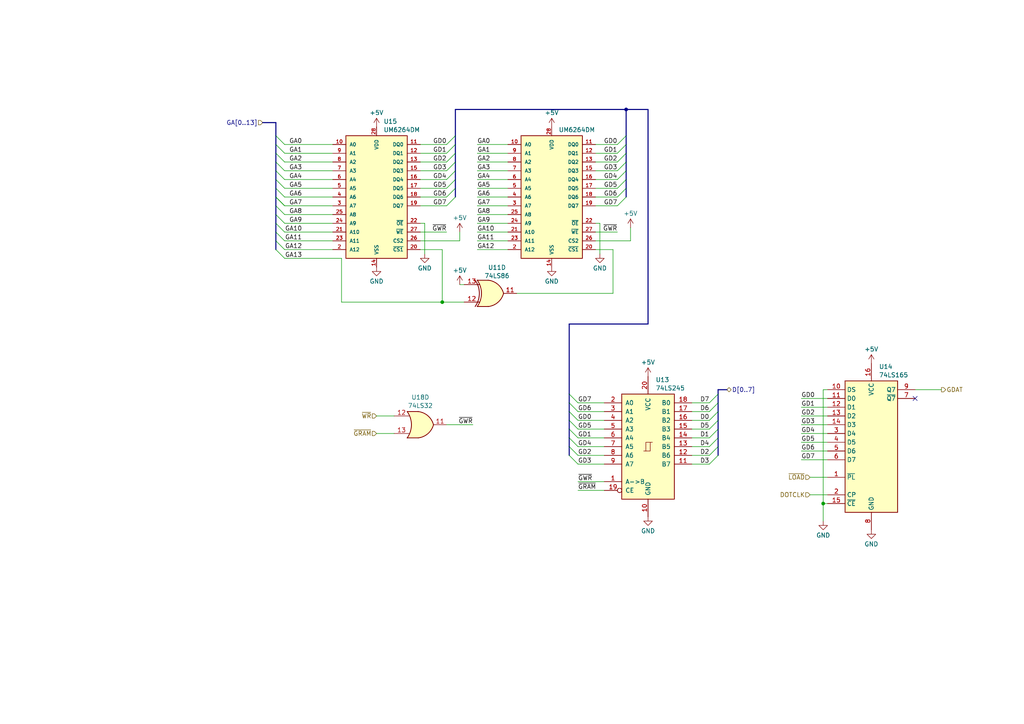
<source format=kicad_sch>
(kicad_sch (version 20231120) (generator "eeschema") (generator_version "8.0")
  (paper "A4")
  (lib_symbols
    (symbol "74xx:74LS165"
      (property "Reference" "U" (at -7.62 19.05 0))
      (property "Value" "74LS165" (at -7.62 -21.59 0))
      (symbol "74LS165_1_0"
        (pin input line (at -12.7 -10.16 0) (length 5.08) (name "~{PL}") (number "1"))
        (pin input line (at -12.7 15.24 0) (length 5.08) (name "DS") (number "10"))
        (pin input line (at -12.7 12.7 0) (length 5.08) (name "D0") (number "11"))
        (pin input line (at -12.7 10.16 0) (length 5.08) (name "D1") (number "12"))
        (pin input line (at -12.7 7.62 0) (length 5.08) (name "D2") (number "13"))
        (pin input line (at -12.7 5.08 0) (length 5.08) (name "D3") (number "14"))
        (pin input line (at -12.7 -17.78 0) (length 5.08) (name "~{CE}") (number "15"))
        (pin power_in line (at 0 22.86 270) (length 5.08) (name "VCC") (number "16"))
        (pin input line (at -12.7 -15.24 0) (length 5.08) (name "CP") (number "2"))
        (pin input line (at -12.7 2.54 0) (length 5.08) (name "D4") (number "3"))
        (pin input line (at -12.7 0 0) (length 5.08) (name "D5") (number "4"))
        (pin input line (at -12.7 -2.54 0) (length 5.08) (name "D6") (number "5"))
        (pin input line (at -12.7 -5.08 0) (length 5.08) (name "D7") (number "6"))
        (pin output line (at 12.7 12.7 180) (length 5.08) (name "~{Q7}") (number "7"))
        (pin power_in line (at 0 -25.4 90) (length 5.08) (name "GND") (number "8"))
        (pin output line (at 12.7 15.24 180) (length 5.08) (name "Q7") (number "9"))
      )
      (symbol "74LS165_1_1"
        (rectangle (start -7.62 17.78) (end 7.62 -20.32) (stroke (width 0.254)) (fill (type background)))
      )
    )
    (symbol "74xx:74LS245" (pin_names (offset 1.016))
      (property "Reference" "U" (at -7.62 16.51 0))
      (property "Value" "74LS245" (at -7.62 -16.51 0))
      (symbol "74LS245_1_0"
        (polyline (pts (xy -0.635 -1.27) (xy -0.635 1.27) (xy 0.635 1.27)))
        (polyline (pts (xy -1.27 -1.27) (xy 0.635 -1.27) (xy 0.635 1.27) (xy 1.27 1.27)))
        (pin input line (at -12.7 -10.16 0) (length 5.08) (name "A->B") (number "1"))
        (pin power_in line (at 0 -20.32 90) (length 5.08) (name "GND") (number "10"))
        (pin tri_state line (at 12.7 -5.08 180) (length 5.08) (name "B7") (number "11"))
        (pin tri_state line (at 12.7 -2.54 180) (length 5.08) (name "B6") (number "12"))
        (pin tri_state line (at 12.7 0 180) (length 5.08) (name "B5") (number "13"))
        (pin tri_state line (at 12.7 2.54 180) (length 5.08) (name "B4") (number "14"))
        (pin tri_state line (at 12.7 5.08 180) (length 5.08) (name "B3") (number "15"))
        (pin tri_state line (at 12.7 7.62 180) (length 5.08) (name "B2") (number "16"))
        (pin tri_state line (at 12.7 10.16 180) (length 5.08) (name "B1") (number "17"))
        (pin tri_state line (at 12.7 12.7 180) (length 5.08) (name "B0") (number "18"))
        (pin input inverted (at -12.7 -12.7 0) (length 5.08) (name "CE") (number "19"))
        (pin tri_state line (at -12.7 12.7 0) (length 5.08) (name "A0") (number "2"))
        (pin power_in line (at 0 20.32 270) (length 5.08) (name "VCC") (number "20"))
        (pin tri_state line (at -12.7 10.16 0) (length 5.08) (name "A1") (number "3"))
        (pin tri_state line (at -12.7 7.62 0) (length 5.08) (name "A2") (number "4"))
        (pin tri_state line (at -12.7 5.08 0) (length 5.08) (name "A3") (number "5"))
        (pin tri_state line (at -12.7 2.54 0) (length 5.08) (name "A4") (number "6"))
        (pin tri_state line (at -12.7 0 0) (length 5.08) (name "A5") (number "7"))
        (pin tri_state line (at -12.7 -2.54 0) (length 5.08) (name "A6") (number "8"))
        (pin tri_state line (at -12.7 -5.08 0) (length 5.08) (name "A7") (number "9"))
      )
      (symbol "74LS245_1_1"
        (rectangle (start -7.62 15.24) (end 7.62 -15.24) (stroke (width 0.254)) (fill (type background)))
      )
    )
    (symbol "74xx:74LS32" (pin_names (offset 1.016))
      (property "Reference" "U" (at 0 1.27 0))
      (property "Value" "74LS32" (at 0 -1.27 0))
      (symbol "74LS32_1_1"
        (arc (start -3.81 -3.81) (mid -2.589 0) (end -3.81 3.81) (stroke (width 0.254)))
        (arc (start -0.6096 -3.81) (mid 2.1842 -2.5851) (end 3.81 0) (stroke (width 0.254)) (fill (type background)))
        (polyline (pts (xy -3.81 -3.81) (xy -0.635 -3.81)) (stroke (width 0.254)) (fill (type background)))
        (polyline (pts (xy -3.81 3.81) (xy -0.635 3.81)) (stroke (width 0.254)) (fill (type background)))
        (polyline (pts (xy -0.635 3.81) (xy -3.81 3.81) (xy -3.81 3.81) (xy -3.556 3.4036) (xy -3.0226 2.2606) (xy -2.6924 1.0414) (xy -2.6162 -0.254) (xy -2.7686 -1.4986) (xy -3.175 -2.7178) (xy -3.81 -3.81) (xy -3.81 -3.81) (xy -0.635 -3.81)) (stroke (width -25.4)) (fill (type background)))
        (arc (start 3.81 0) (mid 2.1915 2.5936) (end -0.6096 3.81) (stroke (width 0.254)) (fill (type background)))
        (pin input line (at -7.62 2.54 0) (length 4.318) (name "~") (number "1"))
        (pin input line (at -7.62 -2.54 0) (length 4.318) (name "~") (number "2"))
        (pin output line (at 7.62 0 180) (length 3.81) (name "~") (number "3"))
      )
      (symbol "74LS32_1_2"
        (arc (start 0 -3.81) (mid 3.7934 0) (end 0 3.81) (stroke (width 0.254)) (fill (type background)))
        (polyline (pts (xy 0 3.81) (xy -3.81 3.81) (xy -3.81 -3.81) (xy 0 -3.81)) (stroke (width 0.254)) (fill (type background)))
        (pin input inverted (at -7.62 2.54 0) (length 3.81) (name "~") (number "1"))
        (pin input inverted (at -7.62 -2.54 0) (length 3.81) (name "~") (number "2"))
        (pin output inverted (at 7.62 0 180) (length 3.81) (name "~") (number "3"))
      )
      (symbol "74LS32_2_1"
        (arc (start -3.81 -3.81) (mid -2.589 0) (end -3.81 3.81) (stroke (width 0.254)))
        (arc (start -0.6096 -3.81) (mid 2.1842 -2.5851) (end 3.81 0) (stroke (width 0.254)) (fill (type background)))
        (polyline (pts (xy -3.81 -3.81) (xy -0.635 -3.81)) (stroke (width 0.254)) (fill (type background)))
        (polyline (pts (xy -3.81 3.81) (xy -0.635 3.81)) (stroke (width 0.254)) (fill (type background)))
        (polyline (pts (xy -0.635 3.81) (xy -3.81 3.81) (xy -3.81 3.81) (xy -3.556 3.4036) (xy -3.0226 2.2606) (xy -2.6924 1.0414) (xy -2.6162 -0.254) (xy -2.7686 -1.4986) (xy -3.175 -2.7178) (xy -3.81 -3.81) (xy -3.81 -3.81) (xy -0.635 -3.81)) (stroke (width -25.4)) (fill (type background)))
        (arc (start 3.81 0) (mid 2.1915 2.5936) (end -0.6096 3.81) (stroke (width 0.254)) (fill (type background)))
        (pin input line (at -7.62 2.54 0) (length 4.318) (name "~") (number "4"))
        (pin input line (at -7.62 -2.54 0) (length 4.318) (name "~") (number "5"))
        (pin output line (at 7.62 0 180) (length 3.81) (name "~") (number "6"))
      )
      (symbol "74LS32_2_2"
        (arc (start 0 -3.81) (mid 3.7934 0) (end 0 3.81) (stroke (width 0.254)) (fill (type background)))
        (polyline (pts (xy 0 3.81) (xy -3.81 3.81) (xy -3.81 -3.81) (xy 0 -3.81)) (stroke (width 0.254)) (fill (type background)))
        (pin input inverted (at -7.62 2.54 0) (length 3.81) (name "~") (number "4"))
        (pin input inverted (at -7.62 -2.54 0) (length 3.81) (name "~") (number "5"))
        (pin output inverted (at 7.62 0 180) (length 3.81) (name "~") (number "6"))
      )
      (symbol "74LS32_3_1"
        (arc (start -3.81 -3.81) (mid -2.589 0) (end -3.81 3.81) (stroke (width 0.254)))
        (arc (start -0.6096 -3.81) (mid 2.1842 -2.5851) (end 3.81 0) (stroke (width 0.254)) (fill (type background)))
        (polyline (pts (xy -3.81 -3.81) (xy -0.635 -3.81)) (stroke (width 0.254)) (fill (type background)))
        (polyline (pts (xy -3.81 3.81) (xy -0.635 3.81)) (stroke (width 0.254)) (fill (type background)))
        (polyline (pts (xy -0.635 3.81) (xy -3.81 3.81) (xy -3.81 3.81) (xy -3.556 3.4036) (xy -3.0226 2.2606) (xy -2.6924 1.0414) (xy -2.6162 -0.254) (xy -2.7686 -1.4986) (xy -3.175 -2.7178) (xy -3.81 -3.81) (xy -3.81 -3.81) (xy -0.635 -3.81)) (stroke (width -25.4)) (fill (type background)))
        (arc (start 3.81 0) (mid 2.1915 2.5936) (end -0.6096 3.81) (stroke (width 0.254)) (fill (type background)))
        (pin input line (at -7.62 -2.54 0) (length 4.318) (name "~") (number "10"))
        (pin output line (at 7.62 0 180) (length 3.81) (name "~") (number "8"))
        (pin input line (at -7.62 2.54 0) (length 4.318) (name "~") (number "9"))
      )
      (symbol "74LS32_3_2"
        (arc (start 0 -3.81) (mid 3.7934 0) (end 0 3.81) (stroke (width 0.254)) (fill (type background)))
        (polyline (pts (xy 0 3.81) (xy -3.81 3.81) (xy -3.81 -3.81) (xy 0 -3.81)) (stroke (width 0.254)) (fill (type background)))
        (pin input inverted (at -7.62 -2.54 0) (length 3.81) (name "~") (number "10"))
        (pin output inverted (at 7.62 0 180) (length 3.81) (name "~") (number "8"))
        (pin input inverted (at -7.62 2.54 0) (length 3.81) (name "~") (number "9"))
      )
      (symbol "74LS32_4_1"
        (arc (start -3.81 -3.81) (mid -2.589 0) (end -3.81 3.81) (stroke (width 0.254)))
        (arc (start -0.6096 -3.81) (mid 2.1842 -2.5851) (end 3.81 0) (stroke (width 0.254)) (fill (type background)))
        (polyline (pts (xy -3.81 -3.81) (xy -0.635 -3.81)) (stroke (width 0.254)) (fill (type background)))
        (polyline (pts (xy -3.81 3.81) (xy -0.635 3.81)) (stroke (width 0.254)) (fill (type background)))
        (polyline (pts (xy -0.635 3.81) (xy -3.81 3.81) (xy -3.81 3.81) (xy -3.556 3.4036) (xy -3.0226 2.2606) (xy -2.6924 1.0414) (xy -2.6162 -0.254) (xy -2.7686 -1.4986) (xy -3.175 -2.7178) (xy -3.81 -3.81) (xy -3.81 -3.81) (xy -0.635 -3.81)) (stroke (width -25.4)) (fill (type background)))
        (arc (start 3.81 0) (mid 2.1915 2.5936) (end -0.6096 3.81) (stroke (width 0.254)) (fill (type background)))
        (pin output line (at 7.62 0 180) (length 3.81) (name "~") (number "11"))
        (pin input line (at -7.62 2.54 0) (length 4.318) (name "~") (number "12"))
        (pin input line (at -7.62 -2.54 0) (length 4.318) (name "~") (number "13"))
      )
      (symbol "74LS32_4_2"
        (arc (start 0 -3.81) (mid 3.7934 0) (end 0 3.81) (stroke (width 0.254)) (fill (type background)))
        (polyline (pts (xy 0 3.81) (xy -3.81 3.81) (xy -3.81 -3.81) (xy 0 -3.81)) (stroke (width 0.254)) (fill (type background)))
        (pin output inverted (at 7.62 0 180) (length 3.81) (name "~") (number "11"))
        (pin input inverted (at -7.62 2.54 0) (length 3.81) (name "~") (number "12"))
        (pin input inverted (at -7.62 -2.54 0) (length 3.81) (name "~") (number "13"))
      )
      (symbol "74LS32_5_0"
        (pin power_in line (at 0 12.7 270) (length 5.08) (name "VCC") (number "14"))
        (pin power_in line (at 0 -12.7 90) (length 5.08) (name "GND") (number "7"))
      )
      (symbol "74LS32_5_1"
        (rectangle (start -5.08 7.62) (end 5.08 -7.62) (stroke (width 0.254)) (fill (type background)))
      )
    )
    (symbol "74xx:74LS86" (pin_names (offset 1.016))
      (property "Reference" "U" (at 0 1.27 0))
      (property "Value" "74LS86" (at 0 -1.27 0))
      (symbol "74LS86_1_0"
        (arc (start -4.4196 -3.81) (mid -3.2033 0) (end -4.4196 3.81) (stroke (width 0.254)))
        (arc (start -3.81 -3.81) (mid -2.589 0) (end -3.81 3.81) (stroke (width 0.254)))
        (arc (start -0.6096 -3.81) (mid 2.1842 -2.5851) (end 3.81 0) (stroke (width 0.254)) (fill (type background)))
        (polyline (pts (xy -3.81 -3.81) (xy -0.635 -3.81)) (stroke (width 0.254)) (fill (type background)))
        (polyline (pts (xy -3.81 3.81) (xy -0.635 3.81)) (stroke (width 0.254)) (fill (type background)))
        (polyline (pts (xy -0.635 3.81) (xy -3.81 3.81) (xy -3.81 3.81) (xy -3.556 3.4036) (xy -3.0226 2.2606) (xy -2.6924 1.0414) (xy -2.6162 -0.254) (xy -2.7686 -1.4986) (xy -3.175 -2.7178) (xy -3.81 -3.81) (xy -3.81 -3.81) (xy -0.635 -3.81)) (stroke (width -25.4)) (fill (type background)))
        (arc (start 3.81 0) (mid 2.1915 2.5936) (end -0.6096 3.81) (stroke (width 0.254)) (fill (type background)))
        (pin input line (at -7.62 2.54 0) (length 4.445) (name "~") (number "1"))
        (pin input line (at -7.62 -2.54 0) (length 4.445) (name "~") (number "2"))
        (pin output line (at 7.62 0 180) (length 3.81) (name "~") (number "3"))
      )
      (symbol "74LS86_1_1"
        (polyline (pts (xy -3.81 -2.54) (xy -3.175 -2.54)) (stroke (width 0.1524)))
        (polyline (pts (xy -3.81 2.54) (xy -3.175 2.54)) (stroke (width 0.1524)))
      )
      (symbol "74LS86_2_0"
        (arc (start -4.4196 -3.81) (mid -3.2033 0) (end -4.4196 3.81) (stroke (width 0.254)))
        (arc (start -3.81 -3.81) (mid -2.589 0) (end -3.81 3.81) (stroke (width 0.254)))
        (arc (start -0.6096 -3.81) (mid 2.1842 -2.5851) (end 3.81 0) (stroke (width 0.254)) (fill (type background)))
        (polyline (pts (xy -3.81 -3.81) (xy -0.635 -3.81)) (stroke (width 0.254)) (fill (type background)))
        (polyline (pts (xy -3.81 3.81) (xy -0.635 3.81)) (stroke (width 0.254)) (fill (type background)))
        (polyline (pts (xy -0.635 3.81) (xy -3.81 3.81) (xy -3.81 3.81) (xy -3.556 3.4036) (xy -3.0226 2.2606) (xy -2.6924 1.0414) (xy -2.6162 -0.254) (xy -2.7686 -1.4986) (xy -3.175 -2.7178) (xy -3.81 -3.81) (xy -3.81 -3.81) (xy -0.635 -3.81)) (stroke (width -25.4)) (fill (type background)))
        (arc (start 3.81 0) (mid 2.1915 2.5936) (end -0.6096 3.81) (stroke (width 0.254)) (fill (type background)))
        (pin input line (at -7.62 2.54 0) (length 4.445) (name "~") (number "4"))
        (pin input line (at -7.62 -2.54 0) (length 4.445) (name "~") (number "5"))
        (pin output line (at 7.62 0 180) (length 3.81) (name "~") (number "6"))
      )
      (symbol "74LS86_2_1"
        (polyline (pts (xy -3.81 -2.54) (xy -3.175 -2.54)) (stroke (width 0.1524)))
        (polyline (pts (xy -3.81 2.54) (xy -3.175 2.54)) (stroke (width 0.1524)))
      )
      (symbol "74LS86_3_0"
        (arc (start -4.4196 -3.81) (mid -3.2033 0) (end -4.4196 3.81) (stroke (width 0.254)))
        (arc (start -3.81 -3.81) (mid -2.589 0) (end -3.81 3.81) (stroke (width 0.254)))
        (arc (start -0.6096 -3.81) (mid 2.1842 -2.5851) (end 3.81 0) (stroke (width 0.254)) (fill (type background)))
        (polyline (pts (xy -3.81 -3.81) (xy -0.635 -3.81)) (stroke (width 0.254)) (fill (type background)))
        (polyline (pts (xy -3.81 3.81) (xy -0.635 3.81)) (stroke (width 0.254)) (fill (type background)))
        (polyline (pts (xy -0.635 3.81) (xy -3.81 3.81) (xy -3.81 3.81) (xy -3.556 3.4036) (xy -3.0226 2.2606) (xy -2.6924 1.0414) (xy -2.6162 -0.254) (xy -2.7686 -1.4986) (xy -3.175 -2.7178) (xy -3.81 -3.81) (xy -3.81 -3.81) (xy -0.635 -3.81)) (stroke (width -25.4)) (fill (type background)))
        (arc (start 3.81 0) (mid 2.1915 2.5936) (end -0.6096 3.81) (stroke (width 0.254)) (fill (type background)))
        (pin input line (at -7.62 -2.54 0) (length 4.445) (name "~") (number "10"))
        (pin output line (at 7.62 0 180) (length 3.81) (name "~") (number "8"))
        (pin input line (at -7.62 2.54 0) (length 4.445) (name "~") (number "9"))
      )
      (symbol "74LS86_3_1"
        (polyline (pts (xy -3.81 -2.54) (xy -3.175 -2.54)) (stroke (width 0.1524)))
        (polyline (pts (xy -3.81 2.54) (xy -3.175 2.54)) (stroke (width 0.1524)))
      )
      (symbol "74LS86_4_0"
        (arc (start -4.4196 -3.81) (mid -3.2033 0) (end -4.4196 3.81) (stroke (width 0.254)))
        (arc (start -3.81 -3.81) (mid -2.589 0) (end -3.81 3.81) (stroke (width 0.254)))
        (arc (start -0.6096 -3.81) (mid 2.1842 -2.5851) (end 3.81 0) (stroke (width 0.254)) (fill (type background)))
        (polyline (pts (xy -3.81 -3.81) (xy -0.635 -3.81)) (stroke (width 0.254)) (fill (type background)))
        (polyline (pts (xy -3.81 3.81) (xy -0.635 3.81)) (stroke (width 0.254)) (fill (type background)))
        (polyline (pts (xy -0.635 3.81) (xy -3.81 3.81) (xy -3.81 3.81) (xy -3.556 3.4036) (xy -3.0226 2.2606) (xy -2.6924 1.0414) (xy -2.6162 -0.254) (xy -2.7686 -1.4986) (xy -3.175 -2.7178) (xy -3.81 -3.81) (xy -3.81 -3.81) (xy -0.635 -3.81)) (stroke (width -25.4)) (fill (type background)))
        (arc (start 3.81 0) (mid 2.1915 2.5936) (end -0.6096 3.81) (stroke (width 0.254)) (fill (type background)))
        (pin output line (at 7.62 0 180) (length 3.81) (name "~") (number "11"))
        (pin input line (at -7.62 2.54 0) (length 4.445) (name "~") (number "12"))
        (pin input line (at -7.62 -2.54 0) (length 4.445) (name "~") (number "13"))
      )
      (symbol "74LS86_4_1"
        (polyline (pts (xy -3.81 -2.54) (xy -3.175 -2.54)) (stroke (width 0.1524)))
        (polyline (pts (xy -3.81 2.54) (xy -3.175 2.54)) (stroke (width 0.1524)))
      )
      (symbol "74LS86_5_0"
        (pin power_in line (at 0 12.7 270) (length 5.08) (name "VCC") (number "14"))
        (pin power_in line (at 0 -12.7 90) (length 5.08) (name "GND") (number "7"))
      )
      (symbol "74LS86_5_1"
        (rectangle (start -5.08 7.62) (end 5.08 -7.62) (stroke (width 0.254)) (fill (type background)))
      )
    )
    (symbol "my_ics_new:UM6264DM" (pin_names (offset 1.016))
      (property "Reference" "U" (at -7.62 19.05 0))
      (property "Value" "UM6264DM" (at 7.62 -19.05 0))
      (symbol "UM6264DM_0_1"
        (rectangle (start -8.89 17.78) (end 8.89 -17.78) (stroke (width 0.254)) (fill (type background)))
      )
      (symbol "UM6264DM_1_1"
        (pin input line (at -12.7 15.24 0) (length 3.81) (name "A0") (number "10"))
        (pin bidirectional line (at 12.7 15.24 180) (length 3.81) (name "DQ0") (number "11"))
        (pin bidirectional line (at 12.7 12.7 180) (length 3.81) (name "DQ1") (number "12"))
        (pin bidirectional line (at 12.7 10.16 180) (length 3.81) (name "DQ2") (number "13"))
        (pin power_in line (at 0 -20.32 90) (length 2.54) (name "VSS") (number "14"))
        (pin bidirectional line (at 12.7 7.62 180) (length 3.81) (name "DQ3") (number "15"))
        (pin bidirectional line (at 12.7 5.08 180) (length 3.81) (name "DQ4") (number "16"))
        (pin bidirectional line (at 12.7 2.54 180) (length 3.81) (name "DQ5") (number "17"))
        (pin bidirectional line (at 12.7 0 180) (length 3.81) (name "DQ6") (number "18"))
        (pin bidirectional line (at 12.7 -2.54 180) (length 3.81) (name "DQ7") (number "19"))
        (pin input line (at -12.7 -15.24 0) (length 3.81) (name "A12") (number "2"))
        (pin bidirectional line (at 12.7 -15.24 180) (length 3.81) (name "~{CS1}") (number "20"))
        (pin input line (at -12.7 -10.16 0) (length 3.81) (name "A10") (number "21"))
        (pin input line (at 12.7 -7.62 180) (length 3.81) (name "~{OE}") (number "22"))
        (pin input line (at -12.7 -12.7 0) (length 3.81) (name "A11") (number "23"))
        (pin input line (at -12.7 -7.62 0) (length 3.81) (name "A9") (number "24"))
        (pin input line (at -12.7 -5.08 0) (length 3.81) (name "A8") (number "25"))
        (pin bidirectional line (at 12.7 -12.7 180) (length 3.81) (name "CS2") (number "26"))
        (pin input line (at 12.7 -10.16 180) (length 3.81) (name "~{WE}") (number "27"))
        (pin power_in line (at 0 20.32 270) (length 2.54) (name "VDD") (number "28"))
        (pin input line (at -12.7 -2.54 0) (length 3.81) (name "A7") (number "3"))
        (pin input line (at -12.7 0 0) (length 3.81) (name "A6") (number "4"))
        (pin input line (at -12.7 2.54 0) (length 3.81) (name "A5") (number "5"))
        (pin input line (at -12.7 5.08 0) (length 3.81) (name "A4") (number "6"))
        (pin input line (at -12.7 7.62 0) (length 3.81) (name "A3") (number "7"))
        (pin input line (at -12.7 10.16 0) (length 3.81) (name "A2") (number "8"))
        (pin input line (at -12.7 12.7 0) (length 3.81) (name "A1") (number "9"))
      )
    )
    (symbol "power:+5V" (power) (pin_names (offset 0))
      (property "Value" "+5V" (at 0 3.556 0))
      (symbol "+5V_0_1"
        (polyline (pts (xy -0.762 1.27) (xy 0 2.54)))
        (polyline (pts (xy 0 0) (xy 0 2.54)))
        (polyline (pts (xy 0 2.54) (xy 0.762 1.27)))
      )
      (symbol "+5V_1_1"
        (pin power_in line (at 0 0 90) (length 0) hide (name "+5V") (number "1"))
      )
    )
    (symbol "power:GND" (power) (pin_names (offset 0))
      (property "Value" "GND" (at 0 -3.81 0))
      (symbol "GND_0_1"
        (polyline (pts (xy 0 0) (xy 0 -1.27) (xy 1.27 -1.27) (xy 0 -2.54) (xy -1.27 -1.27) (xy 0 -1.27)))
      )
      (symbol "GND_1_1"
        (pin power_in line (at 0 0 270) (length 0) hide (name "GND") (number "1"))
      )
    )
  )
  (junction (at 128.27 87.63))
  (junction (at 181.61 31.75))
  (junction (at 238.76 146.05))
  (no_connect (at 265.43 115.57))
  (bus_entry (at 80.01 52.07) (size 2.54 2.54))
  (bus_entry (at 208.28 116.84) (size -2.54 2.54))
  (bus_entry (at 80.01 72.39) (size 2.54 2.54))
  (bus_entry (at 165.1 119.38) (size 2.54 2.54))
  (bus_entry (at 181.61 41.91) (size -2.54 2.54))
  (bus_entry (at 80.01 39.37) (size 2.54 2.54))
  (bus_entry (at 132.08 46.99) (size -2.54 2.54))
  (bus_entry (at 132.08 49.53) (size -2.54 2.54))
  (bus_entry (at 132.08 41.91) (size -2.54 2.54))
  (bus_entry (at 80.01 57.15) (size 2.54 2.54))
  (bus_entry (at 165.1 132.08) (size 2.54 2.54))
  (bus_entry (at 80.01 57.15) (size 2.54 2.54))
  (bus_entry (at 181.61 46.99) (size -2.54 2.54))
  (bus_entry (at 80.01 64.77) (size 2.54 2.54))
  (bus_entry (at 208.28 127) (size -2.54 2.54))
  (bus_entry (at 80.01 62.23) (size 2.54 2.54))
  (bus_entry (at 208.28 119.38) (size -2.54 2.54))
  (bus_entry (at 181.61 39.37) (size -2.54 2.54))
  (bus_entry (at 165.1 121.92) (size 2.54 2.54))
  (bus_entry (at 181.61 44.45) (size -2.54 2.54))
  (bus_entry (at 80.01 44.45) (size 2.54 2.54))
  (bus_entry (at 132.08 54.61) (size -2.54 2.54))
  (bus_entry (at 80.01 67.31) (size 2.54 2.54))
  (bus_entry (at 165.1 124.46) (size 2.54 2.54))
  (bus_entry (at 132.08 39.37) (size -2.54 2.54))
  (bus_entry (at 132.08 52.07) (size -2.54 2.54))
  (bus_entry (at 132.08 44.45) (size -2.54 2.54))
  (bus_entry (at 208.28 129.54) (size -2.54 2.54))
  (bus_entry (at 181.61 52.07) (size -2.54 2.54))
  (bus_entry (at 181.61 49.53) (size -2.54 2.54))
  (bus_entry (at 181.61 57.15) (size -2.54 2.54))
  (bus_entry (at 80.01 49.53) (size 2.54 2.54))
  (bus_entry (at 132.08 57.15) (size -2.54 2.54))
  (bus_entry (at 80.01 41.91) (size 2.54 2.54))
  (bus_entry (at 208.28 124.46) (size -2.54 2.54))
  (bus_entry (at 208.28 132.08) (size -2.54 2.54))
  (bus_entry (at 165.1 114.3) (size 2.54 2.54))
  (bus_entry (at 165.1 129.54) (size 2.54 2.54))
  (bus_entry (at 80.01 54.61) (size 2.54 2.54))
  (bus_entry (at 208.28 114.3) (size -2.54 2.54))
  (bus_entry (at 165.1 116.84) (size 2.54 2.54))
  (bus_entry (at 208.28 121.92) (size -2.54 2.54))
  (bus_entry (at 80.01 59.69) (size 2.54 2.54))
  (bus_entry (at 165.1 127) (size 2.54 2.54))
  (bus_entry (at 80.01 46.99) (size 2.54 2.54))
  (bus_entry (at 181.61 54.61) (size -2.54 2.54))
  (bus_entry (at 80.01 69.85) (size 2.54 2.54))
  (wire (pts (xy 179.07 46.99) (xy 172.72 46.99)))
  (bus (pts (xy 132.08 39.37) (xy 132.08 31.75)))
  (wire (pts (xy 129.54 59.69) (xy 121.92 59.69)))
  (wire (pts (xy 138.43 67.31) (xy 147.32 67.31)))
  (wire (pts (xy 179.07 44.45) (xy 172.72 44.45)))
  (wire (pts (xy 138.43 64.77) (xy 147.32 64.77)))
  (wire (pts (xy 99.06 87.63) (xy 99.06 74.93)))
  (bus (pts (xy 80.01 62.23) (xy 80.01 64.77)))
  (wire (pts (xy 82.55 64.77) (xy 96.52 64.77)))
  (wire (pts (xy 129.54 52.07) (xy 121.92 52.07)))
  (bus (pts (xy 80.01 59.69) (xy 80.01 62.23)))
  (wire (pts (xy 172.72 69.85) (xy 182.88 69.85)))
  (wire (pts (xy 82.55 62.23) (xy 96.52 62.23)))
  (wire (pts (xy 138.43 49.53) (xy 147.32 49.53)))
  (bus (pts (xy 208.28 116.84) (xy 208.28 119.38)))
  (wire (pts (xy 138.43 54.61) (xy 147.32 54.61)))
  (wire (pts (xy 129.54 57.15) (xy 121.92 57.15)))
  (wire (pts (xy 121.92 72.39) (xy 128.27 72.39)))
  (wire (pts (xy 138.43 62.23) (xy 147.32 62.23)))
  (wire (pts (xy 232.41 128.27) (xy 240.03 128.27)))
  (wire (pts (xy 138.43 46.99) (xy 147.32 46.99)))
  (wire (pts (xy 167.64 142.24) (xy 175.26 142.24)))
  (wire (pts (xy 82.55 72.39) (xy 96.52 72.39)))
  (wire (pts (xy 121.92 67.31) (xy 129.54 67.31)))
  (wire (pts (xy 179.07 49.53) (xy 172.72 49.53)))
  (wire (pts (xy 167.64 119.38) (xy 175.26 119.38)))
  (bus (pts (xy 181.61 49.53) (xy 181.61 46.99)))
  (bus (pts (xy 165.1 119.38) (xy 165.1 121.92)))
  (wire (pts (xy 167.64 132.08) (xy 175.26 132.08)))
  (wire (pts (xy 138.43 52.07) (xy 147.32 52.07)))
  (wire (pts (xy 182.88 66.04) (xy 182.88 69.85)))
  (wire (pts (xy 232.41 115.57) (xy 240.03 115.57)))
  (wire (pts (xy 109.22 125.73) (xy 114.3 125.73)))
  (wire (pts (xy 128.27 87.63) (xy 134.62 87.63)))
  (wire (pts (xy 138.43 59.69) (xy 147.32 59.69)))
  (bus (pts (xy 132.08 44.45) (xy 132.08 41.91)))
  (bus (pts (xy 165.1 121.92) (xy 165.1 124.46)))
  (wire (pts (xy 200.66 132.08) (xy 205.74 132.08)))
  (wire (pts (xy 232.41 118.11) (xy 240.03 118.11)))
  (wire (pts (xy 137.16 123.19) (xy 129.54 123.19)))
  (wire (pts (xy 200.66 124.46) (xy 205.74 124.46)))
  (bus (pts (xy 80.01 39.37) (xy 80.01 41.91)))
  (wire (pts (xy 123.19 64.77) (xy 123.19 73.66)))
  (wire (pts (xy 167.64 124.46) (xy 175.26 124.46)))
  (wire (pts (xy 172.72 64.77) (xy 173.99 64.77)))
  (wire (pts (xy 82.55 49.53) (xy 96.52 49.53)))
  (bus (pts (xy 80.01 52.07) (xy 80.01 54.61)))
  (wire (pts (xy 133.35 67.31) (xy 133.35 69.85)))
  (wire (pts (xy 82.55 57.15) (xy 96.52 57.15)))
  (bus (pts (xy 165.1 116.84) (xy 165.1 119.38)))
  (wire (pts (xy 167.64 116.84) (xy 175.26 116.84)))
  (bus (pts (xy 132.08 54.61) (xy 132.08 52.07)))
  (wire (pts (xy 129.54 46.99) (xy 121.92 46.99)))
  (bus (pts (xy 181.61 44.45) (xy 181.61 41.91)))
  (wire (pts (xy 128.27 72.39) (xy 128.27 87.63)))
  (wire (pts (xy 109.22 120.65) (xy 114.3 120.65)))
  (wire (pts (xy 129.54 54.61) (xy 121.92 54.61)))
  (wire (pts (xy 179.07 54.61) (xy 172.72 54.61)))
  (bus (pts (xy 181.61 52.07) (xy 181.61 49.53)))
  (wire (pts (xy 82.55 74.93) (xy 99.06 74.93)))
  (bus (pts (xy 181.61 39.37) (xy 181.61 31.75)))
  (bus (pts (xy 181.61 31.75) (xy 187.96 31.75)))
  (bus (pts (xy 208.28 121.92) (xy 208.28 124.46)))
  (wire (pts (xy 177.8 85.09) (xy 177.8 72.39)))
  (wire (pts (xy 238.76 146.05) (xy 238.76 151.13)))
  (bus (pts (xy 165.1 129.54) (xy 165.1 132.08)))
  (wire (pts (xy 129.54 41.91) (xy 121.92 41.91)))
  (wire (pts (xy 179.07 52.07) (xy 172.72 52.07)))
  (bus (pts (xy 181.61 41.91) (xy 181.61 39.37)))
  (bus (pts (xy 80.01 46.99) (xy 80.01 49.53)))
  (wire (pts (xy 138.43 69.85) (xy 147.32 69.85)))
  (wire (pts (xy 200.66 116.84) (xy 205.74 116.84)))
  (wire (pts (xy 82.55 44.45) (xy 96.52 44.45)))
  (bus (pts (xy 132.08 31.75) (xy 181.61 31.75)))
  (bus (pts (xy 208.28 124.46) (xy 208.28 127)))
  (wire (pts (xy 167.64 134.62) (xy 175.26 134.62)))
  (bus (pts (xy 80.01 35.56) (xy 80.01 39.37)))
  (bus (pts (xy 165.1 114.3) (xy 165.1 116.84)))
  (bus (pts (xy 165.1 93.98) (xy 187.96 93.98)))
  (wire (pts (xy 82.55 67.31) (xy 96.52 67.31)))
  (bus (pts (xy 76.2 35.56) (xy 80.01 35.56)))
  (bus (pts (xy 132.08 52.07) (xy 132.08 49.53)))
  (wire (pts (xy 232.41 120.65) (xy 240.03 120.65)))
  (wire (pts (xy 238.76 113.03) (xy 238.76 146.05)))
  (wire (pts (xy 138.43 72.39) (xy 147.32 72.39)))
  (bus (pts (xy 80.01 64.77) (xy 80.01 67.31)))
  (bus (pts (xy 181.61 46.99) (xy 181.61 44.45)))
  (wire (pts (xy 200.66 121.92) (xy 205.74 121.92)))
  (wire (pts (xy 129.54 44.45) (xy 121.92 44.45)))
  (bus (pts (xy 132.08 57.15) (xy 132.08 54.61)))
  (wire (pts (xy 232.41 125.73) (xy 240.03 125.73)))
  (wire (pts (xy 234.95 143.51) (xy 240.03 143.51)))
  (wire (pts (xy 82.55 46.99) (xy 96.52 46.99)))
  (wire (pts (xy 200.66 134.62) (xy 205.74 134.62)))
  (wire (pts (xy 234.95 138.43) (xy 240.03 138.43)))
  (wire (pts (xy 232.41 130.81) (xy 240.03 130.81)))
  (bus (pts (xy 208.28 113.03) (xy 208.28 114.3)))
  (wire (pts (xy 200.66 129.54) (xy 205.74 129.54)))
  (bus (pts (xy 132.08 49.53) (xy 132.08 46.99)))
  (bus (pts (xy 165.1 127) (xy 165.1 129.54)))
  (wire (pts (xy 138.43 41.91) (xy 147.32 41.91)))
  (wire (pts (xy 179.07 59.69) (xy 172.72 59.69)))
  (wire (pts (xy 200.66 119.38) (xy 205.74 119.38)))
  (bus (pts (xy 80.01 44.45) (xy 80.01 46.99)))
  (bus (pts (xy 208.28 129.54) (xy 208.28 132.08)))
  (bus (pts (xy 132.08 41.91) (xy 132.08 39.37)))
  (bus (pts (xy 80.01 41.91) (xy 80.01 44.45)))
  (wire (pts (xy 232.41 123.19) (xy 240.03 123.19)))
  (wire (pts (xy 167.64 127) (xy 175.26 127)))
  (wire (pts (xy 167.64 129.54) (xy 175.26 129.54)))
  (wire (pts (xy 232.41 133.35) (xy 240.03 133.35)))
  (bus (pts (xy 80.01 67.31) (xy 80.01 69.85)))
  (wire (pts (xy 265.43 113.03) (xy 273.05 113.03)))
  (wire (pts (xy 179.07 41.91) (xy 172.72 41.91)))
  (bus (pts (xy 208.28 127) (xy 208.28 129.54)))
  (bus (pts (xy 80.01 49.53) (xy 80.01 52.07)))
  (bus (pts (xy 181.61 57.15) (xy 181.61 54.61)))
  (wire (pts (xy 82.55 54.61) (xy 96.52 54.61)))
  (bus (pts (xy 187.96 31.75) (xy 187.96 93.98)))
  (wire (pts (xy 82.55 52.07) (xy 96.52 52.07)))
  (wire (pts (xy 99.06 87.63) (xy 128.27 87.63)))
  (bus (pts (xy 210.82 113.03) (xy 208.28 113.03)))
  (wire (pts (xy 172.72 72.39) (xy 177.8 72.39)))
  (bus (pts (xy 165.1 93.98) (xy 165.1 114.3)))
  (bus (pts (xy 132.08 46.99) (xy 132.08 44.45)))
  (wire (pts (xy 82.55 59.69) (xy 96.52 59.69)))
  (wire (pts (xy 172.72 67.31) (xy 179.07 67.31)))
  (bus (pts (xy 80.01 57.15) (xy 80.01 59.69)))
  (wire (pts (xy 82.55 41.91) (xy 96.52 41.91)))
  (wire (pts (xy 149.86 85.09) (xy 177.8 85.09)))
  (wire (pts (xy 121.92 69.85) (xy 133.35 69.85)))
  (wire (pts (xy 138.43 57.15) (xy 147.32 57.15)))
  (wire (pts (xy 179.07 57.15) (xy 172.72 57.15)))
  (bus (pts (xy 80.01 69.85) (xy 80.01 72.39)))
  (wire (pts (xy 138.43 44.45) (xy 147.32 44.45)))
  (wire (pts (xy 173.99 64.77) (xy 173.99 73.66)))
  (wire (pts (xy 121.92 64.77) (xy 123.19 64.77)))
  (bus (pts (xy 181.61 54.61) (xy 181.61 52.07)))
  (bus (pts (xy 165.1 124.46) (xy 165.1 127)))
  (wire (pts (xy 238.76 146.05) (xy 240.03 146.05)))
  (wire (pts (xy 240.03 113.03) (xy 238.76 113.03)))
  (wire (pts (xy 82.55 69.85) (xy 96.52 69.85)))
  (wire (pts (xy 200.66 127) (xy 205.74 127)))
  (bus (pts (xy 208.28 114.3) (xy 208.28 116.84)))
  (bus (pts (xy 208.28 119.38) (xy 208.28 121.92)))
  (wire (pts (xy 167.64 121.92) (xy 175.26 121.92)))
  (wire (pts (xy 133.35 82.55) (xy 134.62 82.55)))
  (wire (pts (xy 129.54 49.53) (xy 121.92 49.53)))
  (bus (pts (xy 80.01 54.61) (xy 80.01 57.15)))
  (wire (pts (xy 167.64 139.7) (xy 175.26 139.7)))
  (label "GD4" (at 129.54 52.07 180))
  (label "GD3" (at 179.07 49.53 180))
  (label "GA12" (at 87.63 72.39 180))
  (label "GA4" (at 87.63 52.07 180))
  (label "GD2" (at 167.64 132.08 0))
  (label "GA8" (at 138.43 62.23 0))
  (label "GD4" (at 167.64 129.54 0))
  (label "D7" (at 205.74 116.84 180))
  (label "GA6" (at 138.43 57.15 0))
  (label "~{GWR}" (at 167.64 139.7 0))
  (label "GD2" (at 179.07 46.99 180))
  (label "GD6" (at 167.64 119.38 0))
  (label "D5" (at 205.74 124.46 180))
  (label "GA12" (at 138.43 72.39 0))
  (label "~{GWR}" (at 129.54 67.31 180))
  (label "GD5" (at 232.41 128.27 0))
  (label "GA0" (at 138.43 41.91 0))
  (label "GD7" (at 129.54 59.69 180))
  (label "GA9" (at 138.43 64.77 0))
  (label "GA8" (at 87.63 62.23 180))
  (label "GA6" (at 87.63 57.15 180))
  (label "GD5" (at 179.07 54.61 180))
  (label "GA7" (at 87.63 59.69 180))
  (label "GD1" (at 232.41 118.11 0))
  (label "GA9" (at 87.63 64.77 180))
  (label "GD6" (at 129.54 57.15 180))
  (label "GA1" (at 138.43 44.45 0))
  (label "D3" (at 205.74 134.62 180))
  (label "GD3" (at 167.64 134.62 0))
  (label "GD4" (at 232.41 125.73 0))
  (label "GA2" (at 87.63 46.99 180))
  (label "~{GRAM}" (at 167.64 142.24 0))
  (label "GD1" (at 167.64 127 0))
  (label "GD0" (at 232.41 115.57 0))
  (label "GD0" (at 129.54 41.91 180))
  (label "GD3" (at 232.41 123.19 0))
  (label "D0" (at 205.74 121.92 180))
  (label "GA5" (at 138.43 54.61 0))
  (label "GD0" (at 179.07 41.91 180))
  (label "GD6" (at 232.41 130.81 0))
  (label "GA3" (at 87.63 49.53 180))
  (label "GA11" (at 87.63 69.85 180))
  (label "GA2" (at 138.43 46.99 0))
  (label "GA3" (at 138.43 49.53 0))
  (label "GD4" (at 179.07 52.07 180))
  (label "GA4" (at 138.43 52.07 0))
  (label "~{GWR}" (at 137.16 123.19 180))
  (label "GD1" (at 129.54 44.45 180))
  (label "GD7" (at 232.41 133.35 0))
  (label "D4" (at 205.74 129.54 180))
  (label "GD2" (at 129.54 46.99 180))
  (label "D6" (at 205.74 119.38 180))
  (label "GD5" (at 129.54 54.61 180))
  (label "GA10" (at 87.63 67.31 180))
  (label "GD5" (at 167.64 124.46 0))
  (label "GA7" (at 138.43 59.69 0))
  (label "GA1" (at 87.63 44.45 180))
  (label "GD0" (at 167.64 121.92 0))
  (label "GD1" (at 179.07 44.45 180))
  (label "D2" (at 205.74 132.08 180))
  (label "D1" (at 205.74 127 180))
  (label "GA0" (at 87.63 41.91 180))
  (label "GD3" (at 129.54 49.53 180))
  (label "GA11" (at 138.43 69.85 0))
  (label "~{GWR}" (at 179.07 67.31 180))
  (label "GA5" (at 87.63 54.61 180))
  (label "GA10" (at 138.43 67.31 0))
  (label "GD7" (at 167.64 116.84 0))
  (label "GD7" (at 179.07 59.69 180))
  (label "GD6" (at 179.07 57.15 180))
  (label "GA13" (at 87.63 74.93 180))
  (label "GD2" (at 232.41 120.65 0))
  (hierarchical_label "D[0..7]" (shape bidirectional) (at 210.82 113.03 0))
  (hierarchical_label "~{WR}" (shape input) (at 109.22 120.65 180))
  (hierarchical_label "DOTCLK" (shape input) (at 234.95 143.51 180))
  (hierarchical_label "~{GRAM}" (shape input) (at 109.22 125.73 180))
  (hierarchical_label "GA[0..13]" (shape input) (at 76.2 35.56 180))
  (hierarchical_label "GDAT" (shape output) (at 273.05 113.03 0))
  (hierarchical_label "~{LOAD}" (shape input) (at 234.95 138.43 180))
  (symbol (lib_id "power:GND") (at 123.19 73.66 0) (unit 1)
    (property "Reference" "#PWR042" (effects (hide yes)))
    (property "Value" "GND" (at 123.19 77.7931 0))
  )
  (symbol (lib_id "power:GND") (at 173.99 73.66 0) (unit 1)
    (property "Reference" "#PWR050" (effects (hide yes)))
    (property "Value" "GND" (at 173.99 77.7931 0))
  )
  (symbol (lib_id "power:+5V") (at 252.73 105.41 0) (unit 1)
    (property "Reference" "#PWR046" (effects (hide yes)))
    (property "Value" "+5V" (at 252.73 101.2769 0))
  )
  (symbol (lib_id "power:+5V") (at 160.02 36.83 0) (unit 1)
    (property "Reference" "#PWR048" (effects (hide yes)))
    (property "Value" "+5V" (at 160.02 32.6969 0))
  )
  (symbol (lib_id "power:+5V") (at 109.22 36.83 0) (unit 1)
    (property "Reference" "#PWR040" (effects (hide yes)))
    (property "Value" "+5V" (at 109.22 32.6969 0))
  )
  (symbol (lib_id "power:+5V") (at 182.88 66.04 0) (unit 1)
    (property "Reference" "#PWR051" (effects (hide yes)))
    (property "Value" "+5V" (at 182.88 61.9069 0))
  )
  (symbol (lib_id "power:GND") (at 252.73 153.67 0) (unit 1)
    (property "Reference" "#PWR047" (effects (hide yes)))
    (property "Value" "GND" (at 252.73 157.8031 0))
  )
  (symbol (lib_id "74xx:74LS86") (at 142.24 85.09 0) (mirror x) (unit 4)
    (property "Reference" "U11" (at 144.145 77.5858 0))
    (property "Value" "74LS86" (at 144.145 80.01 0))
    (property "Footprint" "Package_DIP:DIP-14_W7.62mm_LongPads" (effects (hide yes)))
    (property "Datasheet" "74xx/74ls86.pdf" (effects (hide yes)))
  )
  (symbol (lib_id "my_ics_new:UM6264DM") (at 109.22 57.15 0) (unit 1)
    (property "Reference" "U15" (at 111.2394 35.2257 0) (effects (justify left)))
    (property "Value" "UM6264DM" (at 111.2394 37.6499 0) (effects (justify left)))
    (property "Footprint" "Package_DIP:DIP-28_W15.24mm_LongPads" (effects (hide yes)))
    (property "Datasheet" "http://www.cypress.com/?mpn=FM16W08-SG" (effects (hide yes)))
  )
  (symbol (lib_id "power:+5V") (at 187.96 109.22 0) (unit 1)
    (property "Reference" "#PWR052" (effects (hide yes)))
    (property "Value" "+5V" (at 187.96 105.0869 0))
  )
  (symbol (lib_id "power:+5V") (at 133.35 82.55 0) (unit 1)
    (property "Reference" "#PWR044" (effects (hide yes)))
    (property "Value" "+5V" (at 133.35 78.4169 0))
  )
  (symbol (lib_id "power:GND") (at 238.76 151.13 0) (unit 1)
    (property "Reference" "#PWR045" (effects (hide yes)))
    (property "Value" "GND" (at 238.76 155.2631 0))
  )
  (symbol (lib_id "power:GND") (at 187.96 149.86 0) (unit 1)
    (property "Reference" "#PWR061" (effects (hide yes)))
    (property "Value" "GND" (at 187.96 153.9931 0))
  )
  (symbol (lib_id "74xx:74LS32") (at 121.92 123.19 0) (unit 4)
    (property "Reference" "U18" (at 121.92 115.2357 0))
    (property "Value" "74LS32" (at 121.92 117.6599 0))
    (property "Footprint" "Package_DIP:DIP-14_W7.62mm_LongPads" (effects (hide yes)))
    (property "Datasheet" "http://www.ti.com/lit/gpn/sn74LS32" (effects (hide yes)))
  )
  (symbol (lib_id "power:GND") (at 109.22 77.47 0) (unit 1)
    (property "Reference" "#PWR041" (effects (hide yes)))
    (property "Value" "GND" (at 109.22 81.6031 0))
  )
  (symbol (lib_id "74xx:74LS165") (at 252.73 128.27 0) (unit 1)
    (property "Reference" "U14" (at 254.9241 106.3457 0) (effects (justify left)))
    (property "Value" "74LS165" (at 254.9241 108.7699 0) (effects (justify left)))
    (property "Footprint" "Package_DIP:DIP-16_W7.62mm_LongPads" (effects (hide yes)))
    (property "Datasheet" "https://www.ti.com/lit/ds/symlink/sn74ls165a.pdf" (effects (hide yes)))
  )
  (symbol (lib_id "power:+5V") (at 133.35 67.31 0) (unit 1)
    (property "Reference" "#PWR043" (effects (hide yes)))
    (property "Value" "+5V" (at 133.35 63.1769 0))
  )
  (symbol (lib_id "74xx:74LS245") (at 187.96 129.54 0) (unit 1)
    (property "Reference" "U13" (at 190.1541 110.1557 0) (effects (justify left)))
    (property "Value" "74LS245" (at 190.1541 112.5799 0) (effects (justify left)))
    (property "Footprint" "Package_DIP:DIP-20_W7.62mm_LongPads" (effects (hide yes)))
    (property "Datasheet" "http://www.ti.com/lit/gpn/sn74LS245" (effects (hide yes)))
  )
  (symbol (lib_id "my_ics_new:UM6264DM") (at 160.02 57.15 0) (unit 1)
    (property "Reference" "U16" (effects (hide yes)))
    (property "Value" "UM6264DM" (at 162.0394 37.6499 0) (effects (justify left)))
    (property "Footprint" "Package_DIP:DIP-28_W15.24mm_LongPads" (effects (hide yes)))
    (property "Datasheet" "http://www.cypress.com/?mpn=FM16W08-SG" (effects (hide yes)))
  )
  (symbol (lib_id "power:GND") (at 160.02 77.47 0) (unit 1)
    (property "Reference" "#PWR049" (effects (hide yes)))
    (property "Value" "GND" (at 160.02 81.6031 0))
  )
)
</source>
